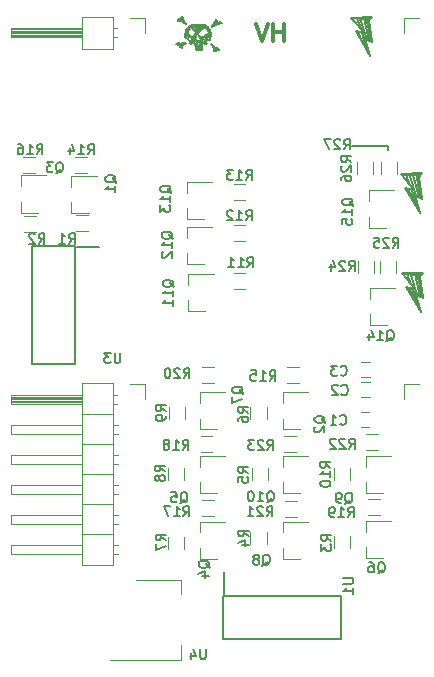
<source format=gbo>
%TF.GenerationSoftware,KiCad,Pcbnew,4.0.7*%
%TF.CreationDate,2017-11-22T17:52:21+08:00*%
%TF.ProjectId,NixieTube_QS30,4E69786965547562655F515333302E6B,rev?*%
%TF.FileFunction,Legend,Bot*%
%FSLAX46Y46*%
G04 Gerber Fmt 4.6, Leading zero omitted, Abs format (unit mm)*
G04 Created by KiCad (PCBNEW 4.0.7) date 11/22/17 17:52:21*
%MOMM*%
%LPD*%
G01*
G04 APERTURE LIST*
%ADD10C,0.100000*%
%ADD11C,0.200000*%
%ADD12C,0.300000*%
%ADD13C,0.153000*%
%ADD14C,0.150000*%
%ADD15C,0.120000*%
G04 APERTURE END LIST*
D10*
D11*
X29900000Y-11600000D02*
X32900000Y-11600000D01*
D12*
X24071428Y-2708571D02*
X24071428Y-1208571D01*
X24071428Y-1922857D02*
X23214285Y-1922857D01*
X23214285Y-2708571D02*
X23214285Y-1208571D01*
X22714285Y-1208571D02*
X22214285Y-2708571D01*
X21714285Y-1208571D01*
D11*
X32900000Y-11600000D02*
X32900000Y-11900000D01*
D13*
X35160000Y-22420000D02*
X35620000Y-24270000D01*
X35490000Y-22460000D02*
X35580000Y-22860000D01*
X34476000Y-23519000D02*
X35690000Y-25640000D01*
X35550000Y-25260000D02*
X35190000Y-24140000D01*
X34880000Y-22490000D02*
X35410000Y-24170000D01*
X34670000Y-23590000D02*
X35110000Y-24560000D01*
X35062000Y-23970500D02*
X35446000Y-25031200D01*
X35716000Y-25639200D02*
X35279000Y-24156900D01*
X35540000Y-22580000D02*
X35610000Y-22380000D01*
X35410000Y-22340000D02*
X35454000Y-22684200D01*
X35858000Y-22302400D02*
X34122000Y-22361500D01*
X35279000Y-24156900D02*
X35864000Y-24422600D01*
X35755000Y-24237700D02*
X35062000Y-23970500D01*
X34550000Y-22450000D02*
X34890000Y-23240000D01*
X34380000Y-22400000D02*
X34220000Y-22390000D01*
X34122000Y-22361500D02*
X35232000Y-23702100D01*
X35864000Y-24422600D02*
X35610000Y-22580000D01*
X35232000Y-23702100D02*
X34476000Y-23519000D01*
X35580000Y-22800000D02*
X35740000Y-23930000D01*
X35330000Y-22460000D02*
X34380000Y-22400000D01*
X35530000Y-22420000D02*
X35540000Y-22580000D01*
X35699000Y-22377600D02*
X35446000Y-22508800D01*
X34980000Y-23660000D02*
X35180000Y-24090000D01*
X35780000Y-24320000D02*
X35170000Y-24060000D01*
X35454000Y-22684200D02*
X35755000Y-24237700D01*
X35610000Y-22580000D02*
X35858000Y-22302400D01*
X35060000Y-14020000D02*
X35520000Y-15870000D01*
X35390000Y-14060000D02*
X35480000Y-14460000D01*
X34376000Y-15119000D02*
X35590000Y-17240000D01*
X35450000Y-16860000D02*
X35090000Y-15740000D01*
X34780000Y-14090000D02*
X35310000Y-15770000D01*
X34570000Y-15190000D02*
X35010000Y-16160000D01*
X34962000Y-15570500D02*
X35346000Y-16631200D01*
X35616000Y-17239200D02*
X35179000Y-15756900D01*
X35440000Y-14180000D02*
X35510000Y-13980000D01*
X35310000Y-13940000D02*
X35354000Y-14284200D01*
X35758000Y-13902400D02*
X34022000Y-13961500D01*
X35179000Y-15756900D02*
X35764000Y-16022600D01*
X35655000Y-15837700D02*
X34962000Y-15570500D01*
X34450000Y-14050000D02*
X34790000Y-14840000D01*
X34280000Y-14000000D02*
X34120000Y-13990000D01*
X34022000Y-13961500D02*
X35132000Y-15302100D01*
X35764000Y-16022600D02*
X35510000Y-14180000D01*
X35132000Y-15302100D02*
X34376000Y-15119000D01*
X35480000Y-14400000D02*
X35640000Y-15530000D01*
X35230000Y-14060000D02*
X34280000Y-14000000D01*
X35430000Y-14020000D02*
X35440000Y-14180000D01*
X35599000Y-13977600D02*
X35346000Y-14108800D01*
X34880000Y-15260000D02*
X35080000Y-15690000D01*
X35680000Y-15920000D02*
X35070000Y-15660000D01*
X35354000Y-14284200D02*
X35655000Y-15837700D01*
X35510000Y-14180000D02*
X35758000Y-13902400D01*
D14*
X27685000Y-49695000D02*
X28935000Y-49695000D01*
X27660000Y-53295000D02*
X28935000Y-53295000D01*
X19025000Y-47645000D02*
X19025000Y-47845000D01*
X19025000Y-47845000D02*
X19025000Y-49495000D01*
X18925000Y-49695000D02*
X27675000Y-49695000D01*
X28935000Y-49695000D02*
X28935000Y-53295000D01*
X27675000Y-53295000D02*
X18925000Y-53295000D01*
X18925000Y-53295000D02*
X18925000Y-49695000D01*
D15*
X15360000Y-48290000D02*
X15360000Y-49550000D01*
X15360000Y-55110000D02*
X15360000Y-53850000D01*
X11600000Y-48290000D02*
X15360000Y-48290000D01*
X9350000Y-55110000D02*
X15360000Y-55110000D01*
X31350000Y-29900000D02*
X30650000Y-29900000D01*
X30650000Y-31100000D02*
X31350000Y-31100000D01*
X1840000Y-17230000D02*
X1840000Y-16300000D01*
X1840000Y-14070000D02*
X1840000Y-15000000D01*
X1840000Y-14070000D02*
X4000000Y-14070000D01*
X1840000Y-17230000D02*
X3300000Y-17230000D01*
X30640000Y-35330000D02*
X31340000Y-35330000D01*
X31340000Y-34130000D02*
X30640000Y-34130000D01*
X9660000Y-670000D02*
X9660000Y-3330000D01*
X9660000Y-3330000D02*
X7000000Y-3330000D01*
X7000000Y-3330000D02*
X7000000Y-670000D01*
X7000000Y-670000D02*
X9660000Y-670000D01*
X7000000Y-1620000D02*
X1000000Y-1620000D01*
X1000000Y-1620000D02*
X1000000Y-2380000D01*
X1000000Y-2380000D02*
X7000000Y-2380000D01*
X7000000Y-1680000D02*
X1000000Y-1680000D01*
X7000000Y-1800000D02*
X1000000Y-1800000D01*
X7000000Y-1920000D02*
X1000000Y-1920000D01*
X7000000Y-2040000D02*
X1000000Y-2040000D01*
X7000000Y-2160000D02*
X1000000Y-2160000D01*
X7000000Y-2280000D02*
X1000000Y-2280000D01*
X9990000Y-1620000D02*
X9660000Y-1620000D01*
X9990000Y-2380000D02*
X9660000Y-2380000D01*
X12370000Y-2000000D02*
X12370000Y-730000D01*
X12370000Y-730000D02*
X11100000Y-730000D01*
X6115000Y-17255000D02*
X6115000Y-16325000D01*
X6115000Y-14095000D02*
X6115000Y-15025000D01*
X6115000Y-14095000D02*
X8275000Y-14095000D01*
X6115000Y-17255000D02*
X7575000Y-17255000D01*
X23990000Y-35580000D02*
X23990000Y-34650000D01*
X23990000Y-32420000D02*
X23990000Y-33350000D01*
X23990000Y-32420000D02*
X26150000Y-32420000D01*
X23990000Y-35580000D02*
X25450000Y-35580000D01*
X16990000Y-46530000D02*
X16990000Y-45600000D01*
X16990000Y-43370000D02*
X16990000Y-44300000D01*
X16990000Y-43370000D02*
X19150000Y-43370000D01*
X16990000Y-46530000D02*
X18450000Y-46530000D01*
X16990000Y-40955000D02*
X16990000Y-40025000D01*
X16990000Y-37795000D02*
X16990000Y-38725000D01*
X16990000Y-37795000D02*
X19150000Y-37795000D01*
X16990000Y-40955000D02*
X18450000Y-40955000D01*
X31040000Y-46455000D02*
X31040000Y-45525000D01*
X31040000Y-43295000D02*
X31040000Y-44225000D01*
X31040000Y-43295000D02*
X33200000Y-43295000D01*
X31040000Y-46455000D02*
X32500000Y-46455000D01*
X16990000Y-35580000D02*
X16990000Y-34650000D01*
X16990000Y-32420000D02*
X16990000Y-33350000D01*
X16990000Y-32420000D02*
X19150000Y-32420000D01*
X16990000Y-35580000D02*
X18450000Y-35580000D01*
X23990000Y-46530000D02*
X23990000Y-45600000D01*
X23990000Y-43370000D02*
X23990000Y-44300000D01*
X23990000Y-43370000D02*
X26150000Y-43370000D01*
X23990000Y-46530000D02*
X25450000Y-46530000D01*
X31040000Y-40955000D02*
X31040000Y-40025000D01*
X31040000Y-37795000D02*
X31040000Y-38725000D01*
X31040000Y-37795000D02*
X33200000Y-37795000D01*
X31040000Y-40955000D02*
X32500000Y-40955000D01*
X23990000Y-40955000D02*
X23990000Y-40025000D01*
X23990000Y-37795000D02*
X23990000Y-38725000D01*
X23990000Y-37795000D02*
X26150000Y-37795000D01*
X23990000Y-40955000D02*
X25450000Y-40955000D01*
X15990000Y-25580000D02*
X15990000Y-24650000D01*
X15990000Y-22420000D02*
X15990000Y-23350000D01*
X15990000Y-22420000D02*
X18150000Y-22420000D01*
X15990000Y-25580000D02*
X17450000Y-25580000D01*
X15890000Y-21580000D02*
X15890000Y-20650000D01*
X15890000Y-18420000D02*
X15890000Y-19350000D01*
X15890000Y-18420000D02*
X18050000Y-18420000D01*
X15890000Y-21580000D02*
X17350000Y-21580000D01*
X15890000Y-17780000D02*
X15890000Y-16850000D01*
X15890000Y-14620000D02*
X15890000Y-15550000D01*
X15890000Y-14620000D02*
X18050000Y-14620000D01*
X15890000Y-17780000D02*
X17350000Y-17780000D01*
X31390000Y-26730000D02*
X31390000Y-25800000D01*
X31390000Y-23570000D02*
X31390000Y-24500000D01*
X31390000Y-23570000D02*
X33550000Y-23570000D01*
X31390000Y-26730000D02*
X32850000Y-26730000D01*
X6475000Y-18755000D02*
X7475000Y-18755000D01*
X7475000Y-17395000D02*
X6475000Y-17395000D01*
X2100000Y-18830000D02*
X3100000Y-18830000D01*
X3100000Y-17470000D02*
X2100000Y-17470000D01*
X29680000Y-45600000D02*
X29680000Y-44600000D01*
X28320000Y-44600000D02*
X28320000Y-45600000D01*
X22630000Y-34650000D02*
X22630000Y-33650000D01*
X21270000Y-33650000D02*
X21270000Y-34650000D01*
X15630000Y-45675000D02*
X15630000Y-44675000D01*
X14270000Y-44675000D02*
X14270000Y-45675000D01*
X15630000Y-39875000D02*
X15630000Y-38875000D01*
X14270000Y-38875000D02*
X14270000Y-39875000D01*
X15730000Y-34650000D02*
X15730000Y-33650000D01*
X14370000Y-33650000D02*
X14370000Y-34650000D01*
X29680000Y-39875000D02*
X29680000Y-38875000D01*
X28320000Y-38875000D02*
X28320000Y-39875000D01*
X19850000Y-23680000D02*
X20850000Y-23680000D01*
X20850000Y-22320000D02*
X19850000Y-22320000D01*
X19850000Y-19630000D02*
X20850000Y-19630000D01*
X20850000Y-18270000D02*
X19850000Y-18270000D01*
X19850000Y-16180000D02*
X20850000Y-16180000D01*
X20850000Y-14820000D02*
X19850000Y-14820000D01*
X6425000Y-13855000D02*
X7425000Y-13855000D01*
X7425000Y-12495000D02*
X6425000Y-12495000D01*
X25350000Y-30320000D02*
X24350000Y-30320000D01*
X24350000Y-31680000D02*
X25350000Y-31680000D01*
X3050000Y-12470000D02*
X2050000Y-12470000D01*
X2050000Y-13830000D02*
X3050000Y-13830000D01*
X18200000Y-41570000D02*
X17200000Y-41570000D01*
X17200000Y-42930000D02*
X18200000Y-42930000D01*
X18050000Y-36120000D02*
X17050000Y-36120000D01*
X17050000Y-37480000D02*
X18050000Y-37480000D01*
X32250000Y-41445000D02*
X31250000Y-41445000D01*
X31250000Y-42805000D02*
X32250000Y-42805000D01*
X18200000Y-30320000D02*
X17200000Y-30320000D01*
X17200000Y-31680000D02*
X18200000Y-31680000D01*
X25200000Y-41595000D02*
X24200000Y-41595000D01*
X24200000Y-42955000D02*
X25200000Y-42955000D01*
X32050000Y-35945000D02*
X31050000Y-35945000D01*
X31050000Y-37305000D02*
X32050000Y-37305000D01*
X25140000Y-36110000D02*
X24140000Y-36110000D01*
X24140000Y-37470000D02*
X25140000Y-37470000D01*
X30370000Y-21350000D02*
X30370000Y-22350000D01*
X31730000Y-22350000D02*
X31730000Y-21350000D01*
X33630000Y-22300000D02*
X33630000Y-21300000D01*
X32270000Y-21300000D02*
X32270000Y-22300000D01*
D14*
X6375000Y-28775000D02*
X6375000Y-30025000D01*
X2775000Y-28750000D02*
X2775000Y-30025000D01*
X8425000Y-20115000D02*
X8225000Y-20115000D01*
X8225000Y-20115000D02*
X6575000Y-20115000D01*
X6375000Y-20015000D02*
X6375000Y-28765000D01*
X6375000Y-30025000D02*
X2775000Y-30025000D01*
X2775000Y-28765000D02*
X2775000Y-20015000D01*
X2775000Y-20015000D02*
X6375000Y-20015000D01*
D15*
X31290000Y-18480000D02*
X31290000Y-17550000D01*
X31290000Y-15320000D02*
X31290000Y-16250000D01*
X31290000Y-15320000D02*
X33450000Y-15320000D01*
X31290000Y-18480000D02*
X32750000Y-18480000D01*
X30320000Y-12950000D02*
X30320000Y-13950000D01*
X31680000Y-13950000D02*
X31680000Y-12950000D01*
X33680000Y-13950000D02*
X33680000Y-12950000D01*
X32320000Y-12950000D02*
X32320000Y-13950000D01*
X9660000Y-31670000D02*
X9660000Y-47030000D01*
X9660000Y-47030000D02*
X7000000Y-47030000D01*
X7000000Y-47030000D02*
X7000000Y-31670000D01*
X7000000Y-31670000D02*
X9660000Y-31670000D01*
X7000000Y-32620000D02*
X1000000Y-32620000D01*
X1000000Y-32620000D02*
X1000000Y-33380000D01*
X1000000Y-33380000D02*
X7000000Y-33380000D01*
X7000000Y-32680000D02*
X1000000Y-32680000D01*
X7000000Y-32800000D02*
X1000000Y-32800000D01*
X7000000Y-32920000D02*
X1000000Y-32920000D01*
X7000000Y-33040000D02*
X1000000Y-33040000D01*
X7000000Y-33160000D02*
X1000000Y-33160000D01*
X7000000Y-33280000D02*
X1000000Y-33280000D01*
X9990000Y-32620000D02*
X9660000Y-32620000D01*
X9990000Y-33380000D02*
X9660000Y-33380000D01*
X9660000Y-34270000D02*
X7000000Y-34270000D01*
X7000000Y-35160000D02*
X1000000Y-35160000D01*
X1000000Y-35160000D02*
X1000000Y-35920000D01*
X1000000Y-35920000D02*
X7000000Y-35920000D01*
X10057071Y-35160000D02*
X9660000Y-35160000D01*
X10057071Y-35920000D02*
X9660000Y-35920000D01*
X9660000Y-36810000D02*
X7000000Y-36810000D01*
X7000000Y-37700000D02*
X1000000Y-37700000D01*
X1000000Y-37700000D02*
X1000000Y-38460000D01*
X1000000Y-38460000D02*
X7000000Y-38460000D01*
X10057071Y-37700000D02*
X9660000Y-37700000D01*
X10057071Y-38460000D02*
X9660000Y-38460000D01*
X9660000Y-39350000D02*
X7000000Y-39350000D01*
X7000000Y-40240000D02*
X1000000Y-40240000D01*
X1000000Y-40240000D02*
X1000000Y-41000000D01*
X1000000Y-41000000D02*
X7000000Y-41000000D01*
X10057071Y-40240000D02*
X9660000Y-40240000D01*
X10057071Y-41000000D02*
X9660000Y-41000000D01*
X9660000Y-41890000D02*
X7000000Y-41890000D01*
X7000000Y-42780000D02*
X1000000Y-42780000D01*
X1000000Y-42780000D02*
X1000000Y-43540000D01*
X1000000Y-43540000D02*
X7000000Y-43540000D01*
X10057071Y-42780000D02*
X9660000Y-42780000D01*
X10057071Y-43540000D02*
X9660000Y-43540000D01*
X9660000Y-44430000D02*
X7000000Y-44430000D01*
X7000000Y-45320000D02*
X1000000Y-45320000D01*
X1000000Y-45320000D02*
X1000000Y-46080000D01*
X1000000Y-46080000D02*
X7000000Y-46080000D01*
X10057071Y-45320000D02*
X9660000Y-45320000D01*
X10057071Y-46080000D02*
X9660000Y-46080000D01*
X12370000Y-33000000D02*
X12370000Y-31730000D01*
X12370000Y-31730000D02*
X11100000Y-31730000D01*
X31350000Y-31600000D02*
X30650000Y-31600000D01*
X30650000Y-32800000D02*
X31350000Y-32800000D01*
X22630000Y-45250000D02*
X22630000Y-44250000D01*
X21270000Y-44250000D02*
X21270000Y-45250000D01*
X22780000Y-39875000D02*
X22780000Y-38875000D01*
X21420000Y-38875000D02*
X21420000Y-39875000D01*
X35550000Y-730000D02*
X34280000Y-730000D01*
X34280000Y-730000D02*
X34280000Y-2000000D01*
X35500000Y-31730000D02*
X34230000Y-31730000D01*
X34230000Y-31730000D02*
X34230000Y-33000000D01*
D13*
X15400000Y-3100000D02*
X14980000Y-2960000D01*
X18320000Y-3500000D02*
X18220000Y-3530000D01*
X16450000Y-2500000D02*
X16660000Y-2180000D01*
X17710000Y-2120000D02*
X17460000Y-2280000D01*
X16630000Y-2220000D02*
X16550000Y-2620000D01*
X17210000Y-2810000D02*
X17350000Y-2660000D01*
X17160000Y-2870000D02*
X17340000Y-2860000D01*
X16530000Y-2250000D02*
X16710000Y-2100000D01*
X17160000Y-2920000D02*
X17050000Y-2810000D01*
X18500000Y-1250000D02*
X18290000Y-1070000D01*
X18720000Y-1060000D02*
X18530000Y-1160000D01*
X18200000Y-3340000D02*
X18090000Y-3130000D01*
X17740000Y-1590000D02*
X17940000Y-2030000D01*
X17210000Y-2460000D02*
X17400000Y-2290000D01*
X16610000Y-2700000D02*
X17010000Y-2690000D01*
X17470000Y-2360000D02*
X17860000Y-2070000D01*
X17700000Y-2500000D02*
X17410000Y-2560000D01*
X15800000Y-2830000D02*
X15500000Y-3100000D01*
X18250000Y-1240000D02*
X18320000Y-1230000D01*
X17010000Y-2310000D02*
X17660000Y-2250000D01*
X17860000Y-2630000D02*
X17320000Y-2720000D01*
X16710000Y-3410000D02*
X16520000Y-2790000D01*
X17520000Y-2970000D02*
X17270000Y-2870000D01*
X15750000Y-2830000D02*
X15320000Y-2940000D01*
X16040000Y-2260000D02*
X15920000Y-2210000D01*
X18270000Y-3260000D02*
X18550000Y-3320000D01*
X17080000Y-2460000D02*
X17260000Y-2380000D01*
X16780000Y-2810000D02*
X16860000Y-3370000D01*
X16110000Y-2830000D02*
X16200000Y-2600000D01*
X17860000Y-2010000D02*
X17690000Y-2320000D01*
X18340000Y-3380000D02*
X18320000Y-3500000D01*
X17740000Y-2020000D02*
X17580000Y-1650000D01*
X16420000Y-2810000D02*
X16260000Y-2940000D01*
X16930000Y-2270000D02*
X17130000Y-2690000D01*
X15400000Y-2990000D02*
X15760000Y-2830000D01*
X15500000Y-3100000D02*
X15450000Y-3300000D01*
X17230000Y-2530000D02*
X16960000Y-2650000D01*
X17030000Y-2770000D02*
X17110000Y-2780000D01*
X16360000Y-2510000D02*
X16690000Y-1990000D01*
X17930000Y-2010000D02*
X17870000Y-2640000D01*
X18030000Y-1480000D02*
X18500000Y-1250000D01*
X18290000Y-1070000D02*
X18010000Y-1450000D01*
X18220000Y-3530000D02*
X18200000Y-3340000D01*
X18570000Y-3440000D02*
X18340000Y-3380000D01*
X16300000Y-2930000D02*
X16130000Y-2810000D01*
X16070000Y-2360000D02*
X16600000Y-2320000D01*
X17950000Y-2980000D02*
X18270000Y-3260000D01*
X17120000Y-1550000D02*
X17590000Y-1600000D01*
X18550000Y-3320000D02*
X18570000Y-3440000D01*
X17860000Y-2070000D02*
X17590000Y-1610000D01*
X16860000Y-3370000D02*
X16780000Y-2810000D01*
X17690000Y-2040000D02*
X17600000Y-2330000D01*
X18530000Y-1160000D02*
X18320000Y-900000D01*
X17130000Y-3410000D02*
X16900000Y-3420000D01*
X16310000Y-2720000D02*
X16430000Y-2810000D01*
X18390000Y-1040000D02*
X18370000Y-850000D01*
X16470000Y-2860000D02*
X16190000Y-2680000D01*
X16900000Y-3420000D02*
X16700000Y-3370000D01*
X17730000Y-1580000D02*
X17420000Y-1350000D01*
X17590000Y-1610000D02*
X17310000Y-1420000D01*
X17410000Y-2740000D02*
X17560000Y-2880000D01*
X16990000Y-2850000D02*
X17030000Y-3360000D01*
X17020000Y-2720000D02*
X16430000Y-2580000D01*
X16930000Y-2800000D02*
X16640000Y-2820000D01*
X15450000Y-3300000D02*
X15310000Y-3190000D01*
X16570000Y-1720000D02*
X17110000Y-1550000D01*
X17020000Y-1650000D02*
X16780000Y-1780000D01*
X15750000Y-2360000D02*
X16090000Y-2580000D01*
X15890000Y-2140000D02*
X15910000Y-2240000D01*
X16770000Y-1800000D02*
X16620000Y-1600000D01*
X15810000Y-1230000D02*
X15520000Y-900000D01*
X15450000Y-880000D02*
X15130000Y-850000D01*
X15520000Y-900000D02*
X15570000Y-690000D01*
X15450000Y-1010000D02*
X15680000Y-1160000D01*
X15810000Y-1740000D02*
X16200000Y-1330000D01*
X16330000Y-1460000D02*
X17280000Y-1480000D01*
X16900000Y-1950000D02*
X16810000Y-2060000D01*
X16810000Y-2060000D02*
X16950000Y-2240000D01*
X16350000Y-1420000D02*
X16670000Y-1590000D01*
X15750000Y-2330000D02*
X15810000Y-1760000D01*
X15570000Y-690000D02*
X15410000Y-680000D01*
X17360000Y-1470000D02*
X16900000Y-1950000D01*
X16350000Y-2450000D02*
X15950000Y-2090000D01*
X16240000Y-1320000D02*
X17410000Y-1350000D01*
X17110000Y-1550000D02*
X17190000Y-1660000D01*
X17280000Y-1480000D02*
X17190000Y-1610000D01*
X17040000Y-1540000D02*
X16570000Y-1720000D01*
X17310000Y-1420000D02*
X16250000Y-1430000D01*
X15410000Y-680000D02*
X15450000Y-880000D01*
X16730000Y-2020000D02*
X16240000Y-1480000D01*
X15170000Y-1010000D02*
X15450000Y-1010000D01*
X16440000Y-1660000D02*
X16330000Y-1590000D01*
X15870000Y-1850000D02*
X15830000Y-2360000D01*
X16250000Y-1430000D02*
X15870000Y-1850000D01*
X15130000Y-850000D02*
X15170000Y-1010000D01*
X16110000Y-1630000D02*
X15870000Y-1970000D01*
X14980000Y-2960000D02*
X15180000Y-2880000D01*
X15180000Y-2880000D02*
X15400000Y-2990000D01*
X15310000Y-3190000D02*
X15400000Y-3100000D01*
X18830000Y-1160000D02*
X18720000Y-1060000D01*
X18520000Y-1240000D02*
X18830000Y-1160000D01*
X17200000Y-2940000D02*
X17190000Y-3420000D01*
X30860000Y-770000D02*
X31320000Y-2620000D01*
X31190000Y-810000D02*
X31280000Y-1210000D01*
X30176000Y-1869000D02*
X31390000Y-3990000D01*
X31250000Y-3610000D02*
X30890000Y-2490000D01*
X30580000Y-840000D02*
X31110000Y-2520000D01*
X30370000Y-1940000D02*
X30810000Y-2910000D01*
X30762000Y-2320500D02*
X31146000Y-3381200D01*
X31416000Y-3989200D02*
X30979000Y-2506900D01*
X31240000Y-930000D02*
X31310000Y-730000D01*
X31110000Y-690000D02*
X31154000Y-1034200D01*
X31558000Y-652400D02*
X29822000Y-711500D01*
X30979000Y-2506900D02*
X31564000Y-2772600D01*
X31455000Y-2587700D02*
X30762000Y-2320500D01*
X30250000Y-800000D02*
X30590000Y-1590000D01*
X30080000Y-750000D02*
X29920000Y-740000D01*
X29822000Y-711500D02*
X30932000Y-2052100D01*
X31564000Y-2772600D02*
X31310000Y-930000D01*
X30932000Y-2052100D02*
X30176000Y-1869000D01*
X31280000Y-1150000D02*
X31440000Y-2280000D01*
X31030000Y-810000D02*
X30080000Y-750000D01*
X31230000Y-770000D02*
X31240000Y-930000D01*
X31399000Y-727600D02*
X31146000Y-858800D01*
X30680000Y-2010000D02*
X30880000Y-2440000D01*
X31480000Y-2670000D02*
X30870000Y-2410000D01*
X31154000Y-1034200D02*
X31455000Y-2587700D01*
X31310000Y-930000D02*
X31558000Y-652400D01*
X29134524Y-48152381D02*
X29822619Y-48152381D01*
X29903571Y-48192857D01*
X29944048Y-48233333D01*
X29984524Y-48314286D01*
X29984524Y-48476190D01*
X29944048Y-48557143D01*
X29903571Y-48597619D01*
X29822619Y-48638095D01*
X29134524Y-48638095D01*
X29984524Y-49488095D02*
X29984524Y-49002381D01*
X29984524Y-49245238D02*
X29134524Y-49245238D01*
X29255952Y-49164286D01*
X29336905Y-49083333D01*
X29377381Y-49002381D01*
X17497619Y-54184524D02*
X17497619Y-54872619D01*
X17457143Y-54953571D01*
X17416667Y-54994048D01*
X17335714Y-55034524D01*
X17173810Y-55034524D01*
X17092857Y-54994048D01*
X17052381Y-54953571D01*
X17011905Y-54872619D01*
X17011905Y-54184524D01*
X16242857Y-54467857D02*
X16242857Y-55034524D01*
X16445238Y-54144048D02*
X16647619Y-54751190D01*
X16121429Y-54751190D01*
X28901667Y-30943571D02*
X28942143Y-30984048D01*
X29063572Y-31024524D01*
X29144524Y-31024524D01*
X29265952Y-30984048D01*
X29346905Y-30903095D01*
X29387381Y-30822143D01*
X29427857Y-30660238D01*
X29427857Y-30538810D01*
X29387381Y-30376905D01*
X29346905Y-30295952D01*
X29265952Y-30215000D01*
X29144524Y-30174524D01*
X29063572Y-30174524D01*
X28942143Y-30215000D01*
X28901667Y-30255476D01*
X28618333Y-30174524D02*
X28092143Y-30174524D01*
X28375476Y-30498333D01*
X28254048Y-30498333D01*
X28173095Y-30538810D01*
X28132619Y-30579286D01*
X28092143Y-30660238D01*
X28092143Y-30862619D01*
X28132619Y-30943571D01*
X28173095Y-30984048D01*
X28254048Y-31024524D01*
X28496905Y-31024524D01*
X28577857Y-30984048D01*
X28618333Y-30943571D01*
X4780952Y-13865476D02*
X4861905Y-13825000D01*
X4942857Y-13744048D01*
X5064286Y-13622619D01*
X5145238Y-13582143D01*
X5226190Y-13582143D01*
X5185714Y-13784524D02*
X5266667Y-13744048D01*
X5347619Y-13663095D01*
X5388095Y-13501190D01*
X5388095Y-13217857D01*
X5347619Y-13055952D01*
X5266667Y-12975000D01*
X5185714Y-12934524D01*
X5023810Y-12934524D01*
X4942857Y-12975000D01*
X4861905Y-13055952D01*
X4821429Y-13217857D01*
X4821429Y-13501190D01*
X4861905Y-13663095D01*
X4942857Y-13744048D01*
X5023810Y-13784524D01*
X5185714Y-13784524D01*
X4538095Y-12934524D02*
X4011905Y-12934524D01*
X4295238Y-13258333D01*
X4173810Y-13258333D01*
X4092857Y-13298810D01*
X4052381Y-13339286D01*
X4011905Y-13420238D01*
X4011905Y-13622619D01*
X4052381Y-13703571D01*
X4092857Y-13744048D01*
X4173810Y-13784524D01*
X4416667Y-13784524D01*
X4497619Y-13744048D01*
X4538095Y-13703571D01*
X28861667Y-35113571D02*
X28902143Y-35154048D01*
X29023572Y-35194524D01*
X29104524Y-35194524D01*
X29225952Y-35154048D01*
X29306905Y-35073095D01*
X29347381Y-34992143D01*
X29387857Y-34830238D01*
X29387857Y-34708810D01*
X29347381Y-34546905D01*
X29306905Y-34465952D01*
X29225952Y-34385000D01*
X29104524Y-34344524D01*
X29023572Y-34344524D01*
X28902143Y-34385000D01*
X28861667Y-34425476D01*
X28052143Y-35194524D02*
X28537857Y-35194524D01*
X28295000Y-35194524D02*
X28295000Y-34344524D01*
X28375952Y-34465952D01*
X28456905Y-34546905D01*
X28537857Y-34587381D01*
X9915476Y-14679048D02*
X9875000Y-14598095D01*
X9794048Y-14517143D01*
X9672619Y-14395714D01*
X9632143Y-14314762D01*
X9632143Y-14233810D01*
X9834524Y-14274286D02*
X9794048Y-14193333D01*
X9713095Y-14112381D01*
X9551190Y-14071905D01*
X9267857Y-14071905D01*
X9105952Y-14112381D01*
X9025000Y-14193333D01*
X8984524Y-14274286D01*
X8984524Y-14436190D01*
X9025000Y-14517143D01*
X9105952Y-14598095D01*
X9267857Y-14638571D01*
X9551190Y-14638571D01*
X9713095Y-14598095D01*
X9794048Y-14517143D01*
X9834524Y-14436190D01*
X9834524Y-14274286D01*
X9834524Y-15448095D02*
X9834524Y-14962381D01*
X9834524Y-15205238D02*
X8984524Y-15205238D01*
X9105952Y-15124286D01*
X9186905Y-15043333D01*
X9227381Y-14962381D01*
X27605476Y-35059048D02*
X27565000Y-34978095D01*
X27484048Y-34897143D01*
X27362619Y-34775714D01*
X27322143Y-34694762D01*
X27322143Y-34613810D01*
X27524524Y-34654286D02*
X27484048Y-34573333D01*
X27403095Y-34492381D01*
X27241190Y-34451905D01*
X26957857Y-34451905D01*
X26795952Y-34492381D01*
X26715000Y-34573333D01*
X26674524Y-34654286D01*
X26674524Y-34816190D01*
X26715000Y-34897143D01*
X26795952Y-34978095D01*
X26957857Y-35018571D01*
X27241190Y-35018571D01*
X27403095Y-34978095D01*
X27484048Y-34897143D01*
X27524524Y-34816190D01*
X27524524Y-34654286D01*
X26755476Y-35342381D02*
X26715000Y-35382857D01*
X26674524Y-35463809D01*
X26674524Y-35666190D01*
X26715000Y-35747143D01*
X26755476Y-35787619D01*
X26836429Y-35828095D01*
X26917381Y-35828095D01*
X27038810Y-35787619D01*
X27524524Y-35301905D01*
X27524524Y-35828095D01*
X17815476Y-47319048D02*
X17775000Y-47238095D01*
X17694048Y-47157143D01*
X17572619Y-47035714D01*
X17532143Y-46954762D01*
X17532143Y-46873810D01*
X17734524Y-46914286D02*
X17694048Y-46833333D01*
X17613095Y-46752381D01*
X17451190Y-46711905D01*
X17167857Y-46711905D01*
X17005952Y-46752381D01*
X16925000Y-46833333D01*
X16884524Y-46914286D01*
X16884524Y-47076190D01*
X16925000Y-47157143D01*
X17005952Y-47238095D01*
X17167857Y-47278571D01*
X17451190Y-47278571D01*
X17613095Y-47238095D01*
X17694048Y-47157143D01*
X17734524Y-47076190D01*
X17734524Y-46914286D01*
X17167857Y-48007143D02*
X17734524Y-48007143D01*
X16844048Y-47804762D02*
X17451190Y-47602381D01*
X17451190Y-48128571D01*
X15310952Y-41825476D02*
X15391905Y-41785000D01*
X15472857Y-41704048D01*
X15594286Y-41582619D01*
X15675238Y-41542143D01*
X15756190Y-41542143D01*
X15715714Y-41744524D02*
X15796667Y-41704048D01*
X15877619Y-41623095D01*
X15918095Y-41461190D01*
X15918095Y-41177857D01*
X15877619Y-41015952D01*
X15796667Y-40935000D01*
X15715714Y-40894524D01*
X15553810Y-40894524D01*
X15472857Y-40935000D01*
X15391905Y-41015952D01*
X15351429Y-41177857D01*
X15351429Y-41461190D01*
X15391905Y-41623095D01*
X15472857Y-41704048D01*
X15553810Y-41744524D01*
X15715714Y-41744524D01*
X14582381Y-40894524D02*
X14987143Y-40894524D01*
X15027619Y-41299286D01*
X14987143Y-41258810D01*
X14906191Y-41218333D01*
X14703810Y-41218333D01*
X14622857Y-41258810D01*
X14582381Y-41299286D01*
X14541905Y-41380238D01*
X14541905Y-41582619D01*
X14582381Y-41663571D01*
X14622857Y-41704048D01*
X14703810Y-41744524D01*
X14906191Y-41744524D01*
X14987143Y-41704048D01*
X15027619Y-41663571D01*
X32030952Y-47765476D02*
X32111905Y-47725000D01*
X32192857Y-47644048D01*
X32314286Y-47522619D01*
X32395238Y-47482143D01*
X32476190Y-47482143D01*
X32435714Y-47684524D02*
X32516667Y-47644048D01*
X32597619Y-47563095D01*
X32638095Y-47401190D01*
X32638095Y-47117857D01*
X32597619Y-46955952D01*
X32516667Y-46875000D01*
X32435714Y-46834524D01*
X32273810Y-46834524D01*
X32192857Y-46875000D01*
X32111905Y-46955952D01*
X32071429Y-47117857D01*
X32071429Y-47401190D01*
X32111905Y-47563095D01*
X32192857Y-47644048D01*
X32273810Y-47684524D01*
X32435714Y-47684524D01*
X31342857Y-46834524D02*
X31504762Y-46834524D01*
X31585714Y-46875000D01*
X31626191Y-46915476D01*
X31707143Y-47036905D01*
X31747619Y-47198810D01*
X31747619Y-47522619D01*
X31707143Y-47603571D01*
X31666667Y-47644048D01*
X31585714Y-47684524D01*
X31423810Y-47684524D01*
X31342857Y-47644048D01*
X31302381Y-47603571D01*
X31261905Y-47522619D01*
X31261905Y-47320238D01*
X31302381Y-47239286D01*
X31342857Y-47198810D01*
X31423810Y-47158333D01*
X31585714Y-47158333D01*
X31666667Y-47198810D01*
X31707143Y-47239286D01*
X31747619Y-47320238D01*
X20665476Y-32569048D02*
X20625000Y-32488095D01*
X20544048Y-32407143D01*
X20422619Y-32285714D01*
X20382143Y-32204762D01*
X20382143Y-32123810D01*
X20584524Y-32164286D02*
X20544048Y-32083333D01*
X20463095Y-32002381D01*
X20301190Y-31961905D01*
X20017857Y-31961905D01*
X19855952Y-32002381D01*
X19775000Y-32083333D01*
X19734524Y-32164286D01*
X19734524Y-32326190D01*
X19775000Y-32407143D01*
X19855952Y-32488095D01*
X20017857Y-32528571D01*
X20301190Y-32528571D01*
X20463095Y-32488095D01*
X20544048Y-32407143D01*
X20584524Y-32326190D01*
X20584524Y-32164286D01*
X19734524Y-32811905D02*
X19734524Y-33378571D01*
X20584524Y-33014286D01*
X22280952Y-47115476D02*
X22361905Y-47075000D01*
X22442857Y-46994048D01*
X22564286Y-46872619D01*
X22645238Y-46832143D01*
X22726190Y-46832143D01*
X22685714Y-47034524D02*
X22766667Y-46994048D01*
X22847619Y-46913095D01*
X22888095Y-46751190D01*
X22888095Y-46467857D01*
X22847619Y-46305952D01*
X22766667Y-46225000D01*
X22685714Y-46184524D01*
X22523810Y-46184524D01*
X22442857Y-46225000D01*
X22361905Y-46305952D01*
X22321429Y-46467857D01*
X22321429Y-46751190D01*
X22361905Y-46913095D01*
X22442857Y-46994048D01*
X22523810Y-47034524D01*
X22685714Y-47034524D01*
X21835714Y-46548810D02*
X21916667Y-46508333D01*
X21957143Y-46467857D01*
X21997619Y-46386905D01*
X21997619Y-46346429D01*
X21957143Y-46265476D01*
X21916667Y-46225000D01*
X21835714Y-46184524D01*
X21673810Y-46184524D01*
X21592857Y-46225000D01*
X21552381Y-46265476D01*
X21511905Y-46346429D01*
X21511905Y-46386905D01*
X21552381Y-46467857D01*
X21592857Y-46508333D01*
X21673810Y-46548810D01*
X21835714Y-46548810D01*
X21916667Y-46589286D01*
X21957143Y-46629762D01*
X21997619Y-46710714D01*
X21997619Y-46872619D01*
X21957143Y-46953571D01*
X21916667Y-46994048D01*
X21835714Y-47034524D01*
X21673810Y-47034524D01*
X21592857Y-46994048D01*
X21552381Y-46953571D01*
X21511905Y-46872619D01*
X21511905Y-46710714D01*
X21552381Y-46629762D01*
X21592857Y-46589286D01*
X21673810Y-46548810D01*
X29270952Y-41875476D02*
X29351905Y-41835000D01*
X29432857Y-41754048D01*
X29554286Y-41632619D01*
X29635238Y-41592143D01*
X29716190Y-41592143D01*
X29675714Y-41794524D02*
X29756667Y-41754048D01*
X29837619Y-41673095D01*
X29878095Y-41511190D01*
X29878095Y-41227857D01*
X29837619Y-41065952D01*
X29756667Y-40985000D01*
X29675714Y-40944524D01*
X29513810Y-40944524D01*
X29432857Y-40985000D01*
X29351905Y-41065952D01*
X29311429Y-41227857D01*
X29311429Y-41511190D01*
X29351905Y-41673095D01*
X29432857Y-41754048D01*
X29513810Y-41794524D01*
X29675714Y-41794524D01*
X28906667Y-41794524D02*
X28744762Y-41794524D01*
X28663810Y-41754048D01*
X28623334Y-41713571D01*
X28542381Y-41592143D01*
X28501905Y-41430238D01*
X28501905Y-41106429D01*
X28542381Y-41025476D01*
X28582857Y-40985000D01*
X28663810Y-40944524D01*
X28825714Y-40944524D01*
X28906667Y-40985000D01*
X28947143Y-41025476D01*
X28987619Y-41106429D01*
X28987619Y-41308810D01*
X28947143Y-41389762D01*
X28906667Y-41430238D01*
X28825714Y-41470714D01*
X28663810Y-41470714D01*
X28582857Y-41430238D01*
X28542381Y-41389762D01*
X28501905Y-41308810D01*
X22635714Y-41725476D02*
X22716667Y-41685000D01*
X22797619Y-41604048D01*
X22919048Y-41482619D01*
X23000000Y-41442143D01*
X23080952Y-41442143D01*
X23040476Y-41644524D02*
X23121429Y-41604048D01*
X23202381Y-41523095D01*
X23242857Y-41361190D01*
X23242857Y-41077857D01*
X23202381Y-40915952D01*
X23121429Y-40835000D01*
X23040476Y-40794524D01*
X22878572Y-40794524D01*
X22797619Y-40835000D01*
X22716667Y-40915952D01*
X22676191Y-41077857D01*
X22676191Y-41361190D01*
X22716667Y-41523095D01*
X22797619Y-41604048D01*
X22878572Y-41644524D01*
X23040476Y-41644524D01*
X21866667Y-41644524D02*
X22352381Y-41644524D01*
X22109524Y-41644524D02*
X22109524Y-40794524D01*
X22190476Y-40915952D01*
X22271429Y-40996905D01*
X22352381Y-41037381D01*
X21340476Y-40794524D02*
X21259524Y-40794524D01*
X21178572Y-40835000D01*
X21138095Y-40875476D01*
X21097619Y-40956429D01*
X21057143Y-41118333D01*
X21057143Y-41320714D01*
X21097619Y-41482619D01*
X21138095Y-41563571D01*
X21178572Y-41604048D01*
X21259524Y-41644524D01*
X21340476Y-41644524D01*
X21421429Y-41604048D01*
X21461905Y-41563571D01*
X21502381Y-41482619D01*
X21542857Y-41320714D01*
X21542857Y-41118333D01*
X21502381Y-40956429D01*
X21461905Y-40875476D01*
X21421429Y-40835000D01*
X21340476Y-40794524D01*
X14755476Y-23534286D02*
X14715000Y-23453333D01*
X14634048Y-23372381D01*
X14512619Y-23250952D01*
X14472143Y-23170000D01*
X14472143Y-23089048D01*
X14674524Y-23129524D02*
X14634048Y-23048571D01*
X14553095Y-22967619D01*
X14391190Y-22927143D01*
X14107857Y-22927143D01*
X13945952Y-22967619D01*
X13865000Y-23048571D01*
X13824524Y-23129524D01*
X13824524Y-23291428D01*
X13865000Y-23372381D01*
X13945952Y-23453333D01*
X14107857Y-23493809D01*
X14391190Y-23493809D01*
X14553095Y-23453333D01*
X14634048Y-23372381D01*
X14674524Y-23291428D01*
X14674524Y-23129524D01*
X14674524Y-24303333D02*
X14674524Y-23817619D01*
X14674524Y-24060476D02*
X13824524Y-24060476D01*
X13945952Y-23979524D01*
X14026905Y-23898571D01*
X14067381Y-23817619D01*
X14674524Y-25112857D02*
X14674524Y-24627143D01*
X14674524Y-24870000D02*
X13824524Y-24870000D01*
X13945952Y-24789048D01*
X14026905Y-24708095D01*
X14067381Y-24627143D01*
X14675476Y-19454286D02*
X14635000Y-19373333D01*
X14554048Y-19292381D01*
X14432619Y-19170952D01*
X14392143Y-19090000D01*
X14392143Y-19009048D01*
X14594524Y-19049524D02*
X14554048Y-18968571D01*
X14473095Y-18887619D01*
X14311190Y-18847143D01*
X14027857Y-18847143D01*
X13865952Y-18887619D01*
X13785000Y-18968571D01*
X13744524Y-19049524D01*
X13744524Y-19211428D01*
X13785000Y-19292381D01*
X13865952Y-19373333D01*
X14027857Y-19413809D01*
X14311190Y-19413809D01*
X14473095Y-19373333D01*
X14554048Y-19292381D01*
X14594524Y-19211428D01*
X14594524Y-19049524D01*
X14594524Y-20223333D02*
X14594524Y-19737619D01*
X14594524Y-19980476D02*
X13744524Y-19980476D01*
X13865952Y-19899524D01*
X13946905Y-19818571D01*
X13987381Y-19737619D01*
X13825476Y-20547143D02*
X13785000Y-20587619D01*
X13744524Y-20668571D01*
X13744524Y-20870952D01*
X13785000Y-20951905D01*
X13825476Y-20992381D01*
X13906429Y-21032857D01*
X13987381Y-21032857D01*
X14108810Y-20992381D01*
X14594524Y-20506667D01*
X14594524Y-21032857D01*
X14555476Y-15554286D02*
X14515000Y-15473333D01*
X14434048Y-15392381D01*
X14312619Y-15270952D01*
X14272143Y-15190000D01*
X14272143Y-15109048D01*
X14474524Y-15149524D02*
X14434048Y-15068571D01*
X14353095Y-14987619D01*
X14191190Y-14947143D01*
X13907857Y-14947143D01*
X13745952Y-14987619D01*
X13665000Y-15068571D01*
X13624524Y-15149524D01*
X13624524Y-15311428D01*
X13665000Y-15392381D01*
X13745952Y-15473333D01*
X13907857Y-15513809D01*
X14191190Y-15513809D01*
X14353095Y-15473333D01*
X14434048Y-15392381D01*
X14474524Y-15311428D01*
X14474524Y-15149524D01*
X14474524Y-16323333D02*
X14474524Y-15837619D01*
X14474524Y-16080476D02*
X13624524Y-16080476D01*
X13745952Y-15999524D01*
X13826905Y-15918571D01*
X13867381Y-15837619D01*
X13624524Y-16606667D02*
X13624524Y-17132857D01*
X13948333Y-16849524D01*
X13948333Y-16970952D01*
X13988810Y-17051905D01*
X14029286Y-17092381D01*
X14110238Y-17132857D01*
X14312619Y-17132857D01*
X14393571Y-17092381D01*
X14434048Y-17051905D01*
X14474524Y-16970952D01*
X14474524Y-16728095D01*
X14434048Y-16647143D01*
X14393571Y-16606667D01*
X32785714Y-28115476D02*
X32866667Y-28075000D01*
X32947619Y-27994048D01*
X33069048Y-27872619D01*
X33150000Y-27832143D01*
X33230952Y-27832143D01*
X33190476Y-28034524D02*
X33271429Y-27994048D01*
X33352381Y-27913095D01*
X33392857Y-27751190D01*
X33392857Y-27467857D01*
X33352381Y-27305952D01*
X33271429Y-27225000D01*
X33190476Y-27184524D01*
X33028572Y-27184524D01*
X32947619Y-27225000D01*
X32866667Y-27305952D01*
X32826191Y-27467857D01*
X32826191Y-27751190D01*
X32866667Y-27913095D01*
X32947619Y-27994048D01*
X33028572Y-28034524D01*
X33190476Y-28034524D01*
X32016667Y-28034524D02*
X32502381Y-28034524D01*
X32259524Y-28034524D02*
X32259524Y-27184524D01*
X32340476Y-27305952D01*
X32421429Y-27386905D01*
X32502381Y-27427381D01*
X31288095Y-27467857D02*
X31288095Y-28034524D01*
X31490476Y-27144048D02*
X31692857Y-27751190D01*
X31166667Y-27751190D01*
X5891667Y-19834524D02*
X6175000Y-19429762D01*
X6377381Y-19834524D02*
X6377381Y-18984524D01*
X6053572Y-18984524D01*
X5972619Y-19025000D01*
X5932143Y-19065476D01*
X5891667Y-19146429D01*
X5891667Y-19267857D01*
X5932143Y-19348810D01*
X5972619Y-19389286D01*
X6053572Y-19429762D01*
X6377381Y-19429762D01*
X5082143Y-19834524D02*
X5567857Y-19834524D01*
X5325000Y-19834524D02*
X5325000Y-18984524D01*
X5405952Y-19105952D01*
X5486905Y-19186905D01*
X5567857Y-19227381D01*
X3341667Y-19834524D02*
X3625000Y-19429762D01*
X3827381Y-19834524D02*
X3827381Y-18984524D01*
X3503572Y-18984524D01*
X3422619Y-19025000D01*
X3382143Y-19065476D01*
X3341667Y-19146429D01*
X3341667Y-19267857D01*
X3382143Y-19348810D01*
X3422619Y-19389286D01*
X3503572Y-19429762D01*
X3827381Y-19429762D01*
X3017857Y-19065476D02*
X2977381Y-19025000D01*
X2896429Y-18984524D01*
X2694048Y-18984524D01*
X2613095Y-19025000D01*
X2572619Y-19065476D01*
X2532143Y-19146429D01*
X2532143Y-19227381D01*
X2572619Y-19348810D01*
X3058333Y-19834524D01*
X2532143Y-19834524D01*
X28124524Y-45018333D02*
X27719762Y-44735000D01*
X28124524Y-44532619D02*
X27274524Y-44532619D01*
X27274524Y-44856428D01*
X27315000Y-44937381D01*
X27355476Y-44977857D01*
X27436429Y-45018333D01*
X27557857Y-45018333D01*
X27638810Y-44977857D01*
X27679286Y-44937381D01*
X27719762Y-44856428D01*
X27719762Y-44532619D01*
X27274524Y-45301667D02*
X27274524Y-45827857D01*
X27598333Y-45544524D01*
X27598333Y-45665952D01*
X27638810Y-45746905D01*
X27679286Y-45787381D01*
X27760238Y-45827857D01*
X27962619Y-45827857D01*
X28043571Y-45787381D01*
X28084048Y-45746905D01*
X28124524Y-45665952D01*
X28124524Y-45423095D01*
X28084048Y-45342143D01*
X28043571Y-45301667D01*
X21084524Y-34158333D02*
X20679762Y-33875000D01*
X21084524Y-33672619D02*
X20234524Y-33672619D01*
X20234524Y-33996428D01*
X20275000Y-34077381D01*
X20315476Y-34117857D01*
X20396429Y-34158333D01*
X20517857Y-34158333D01*
X20598810Y-34117857D01*
X20639286Y-34077381D01*
X20679762Y-33996428D01*
X20679762Y-33672619D01*
X20234524Y-34886905D02*
X20234524Y-34725000D01*
X20275000Y-34644048D01*
X20315476Y-34603571D01*
X20436905Y-34522619D01*
X20598810Y-34482143D01*
X20922619Y-34482143D01*
X21003571Y-34522619D01*
X21044048Y-34563095D01*
X21084524Y-34644048D01*
X21084524Y-34805952D01*
X21044048Y-34886905D01*
X21003571Y-34927381D01*
X20922619Y-34967857D01*
X20720238Y-34967857D01*
X20639286Y-34927381D01*
X20598810Y-34886905D01*
X20558333Y-34805952D01*
X20558333Y-34644048D01*
X20598810Y-34563095D01*
X20639286Y-34522619D01*
X20720238Y-34482143D01*
X14084524Y-44958333D02*
X13679762Y-44675000D01*
X14084524Y-44472619D02*
X13234524Y-44472619D01*
X13234524Y-44796428D01*
X13275000Y-44877381D01*
X13315476Y-44917857D01*
X13396429Y-44958333D01*
X13517857Y-44958333D01*
X13598810Y-44917857D01*
X13639286Y-44877381D01*
X13679762Y-44796428D01*
X13679762Y-44472619D01*
X13234524Y-45241667D02*
X13234524Y-45808333D01*
X14084524Y-45444048D01*
X14034524Y-39128333D02*
X13629762Y-38845000D01*
X14034524Y-38642619D02*
X13184524Y-38642619D01*
X13184524Y-38966428D01*
X13225000Y-39047381D01*
X13265476Y-39087857D01*
X13346429Y-39128333D01*
X13467857Y-39128333D01*
X13548810Y-39087857D01*
X13589286Y-39047381D01*
X13629762Y-38966428D01*
X13629762Y-38642619D01*
X13548810Y-39614048D02*
X13508333Y-39533095D01*
X13467857Y-39492619D01*
X13386905Y-39452143D01*
X13346429Y-39452143D01*
X13265476Y-39492619D01*
X13225000Y-39533095D01*
X13184524Y-39614048D01*
X13184524Y-39775952D01*
X13225000Y-39856905D01*
X13265476Y-39897381D01*
X13346429Y-39937857D01*
X13386905Y-39937857D01*
X13467857Y-39897381D01*
X13508333Y-39856905D01*
X13548810Y-39775952D01*
X13548810Y-39614048D01*
X13589286Y-39533095D01*
X13629762Y-39492619D01*
X13710714Y-39452143D01*
X13872619Y-39452143D01*
X13953571Y-39492619D01*
X13994048Y-39533095D01*
X14034524Y-39614048D01*
X14034524Y-39775952D01*
X13994048Y-39856905D01*
X13953571Y-39897381D01*
X13872619Y-39937857D01*
X13710714Y-39937857D01*
X13629762Y-39897381D01*
X13589286Y-39856905D01*
X13548810Y-39775952D01*
X14114524Y-34028333D02*
X13709762Y-33745000D01*
X14114524Y-33542619D02*
X13264524Y-33542619D01*
X13264524Y-33866428D01*
X13305000Y-33947381D01*
X13345476Y-33987857D01*
X13426429Y-34028333D01*
X13547857Y-34028333D01*
X13628810Y-33987857D01*
X13669286Y-33947381D01*
X13709762Y-33866428D01*
X13709762Y-33542619D01*
X14114524Y-34433095D02*
X14114524Y-34595000D01*
X14074048Y-34675952D01*
X14033571Y-34716428D01*
X13912143Y-34797381D01*
X13750238Y-34837857D01*
X13426429Y-34837857D01*
X13345476Y-34797381D01*
X13305000Y-34756905D01*
X13264524Y-34675952D01*
X13264524Y-34514048D01*
X13305000Y-34433095D01*
X13345476Y-34392619D01*
X13426429Y-34352143D01*
X13628810Y-34352143D01*
X13709762Y-34392619D01*
X13750238Y-34433095D01*
X13790714Y-34514048D01*
X13790714Y-34675952D01*
X13750238Y-34756905D01*
X13709762Y-34797381D01*
X13628810Y-34837857D01*
X28044524Y-38803571D02*
X27639762Y-38520238D01*
X28044524Y-38317857D02*
X27194524Y-38317857D01*
X27194524Y-38641666D01*
X27235000Y-38722619D01*
X27275476Y-38763095D01*
X27356429Y-38803571D01*
X27477857Y-38803571D01*
X27558810Y-38763095D01*
X27599286Y-38722619D01*
X27639762Y-38641666D01*
X27639762Y-38317857D01*
X28044524Y-39613095D02*
X28044524Y-39127381D01*
X28044524Y-39370238D02*
X27194524Y-39370238D01*
X27315952Y-39289286D01*
X27396905Y-39208333D01*
X27437381Y-39127381D01*
X27194524Y-40139286D02*
X27194524Y-40220238D01*
X27235000Y-40301190D01*
X27275476Y-40341667D01*
X27356429Y-40382143D01*
X27518333Y-40422619D01*
X27720714Y-40422619D01*
X27882619Y-40382143D01*
X27963571Y-40341667D01*
X28004048Y-40301190D01*
X28044524Y-40220238D01*
X28044524Y-40139286D01*
X28004048Y-40058333D01*
X27963571Y-40017857D01*
X27882619Y-39977381D01*
X27720714Y-39936905D01*
X27518333Y-39936905D01*
X27356429Y-39977381D01*
X27275476Y-40017857D01*
X27235000Y-40058333D01*
X27194524Y-40139286D01*
X21006429Y-21854524D02*
X21289762Y-21449762D01*
X21492143Y-21854524D02*
X21492143Y-21004524D01*
X21168334Y-21004524D01*
X21087381Y-21045000D01*
X21046905Y-21085476D01*
X21006429Y-21166429D01*
X21006429Y-21287857D01*
X21046905Y-21368810D01*
X21087381Y-21409286D01*
X21168334Y-21449762D01*
X21492143Y-21449762D01*
X20196905Y-21854524D02*
X20682619Y-21854524D01*
X20439762Y-21854524D02*
X20439762Y-21004524D01*
X20520714Y-21125952D01*
X20601667Y-21206905D01*
X20682619Y-21247381D01*
X19387381Y-21854524D02*
X19873095Y-21854524D01*
X19630238Y-21854524D02*
X19630238Y-21004524D01*
X19711190Y-21125952D01*
X19792143Y-21206905D01*
X19873095Y-21247381D01*
X20896429Y-17884524D02*
X21179762Y-17479762D01*
X21382143Y-17884524D02*
X21382143Y-17034524D01*
X21058334Y-17034524D01*
X20977381Y-17075000D01*
X20936905Y-17115476D01*
X20896429Y-17196429D01*
X20896429Y-17317857D01*
X20936905Y-17398810D01*
X20977381Y-17439286D01*
X21058334Y-17479762D01*
X21382143Y-17479762D01*
X20086905Y-17884524D02*
X20572619Y-17884524D01*
X20329762Y-17884524D02*
X20329762Y-17034524D01*
X20410714Y-17155952D01*
X20491667Y-17236905D01*
X20572619Y-17277381D01*
X19763095Y-17115476D02*
X19722619Y-17075000D01*
X19641667Y-17034524D01*
X19439286Y-17034524D01*
X19358333Y-17075000D01*
X19317857Y-17115476D01*
X19277381Y-17196429D01*
X19277381Y-17277381D01*
X19317857Y-17398810D01*
X19803571Y-17884524D01*
X19277381Y-17884524D01*
X20896429Y-14434524D02*
X21179762Y-14029762D01*
X21382143Y-14434524D02*
X21382143Y-13584524D01*
X21058334Y-13584524D01*
X20977381Y-13625000D01*
X20936905Y-13665476D01*
X20896429Y-13746429D01*
X20896429Y-13867857D01*
X20936905Y-13948810D01*
X20977381Y-13989286D01*
X21058334Y-14029762D01*
X21382143Y-14029762D01*
X20086905Y-14434524D02*
X20572619Y-14434524D01*
X20329762Y-14434524D02*
X20329762Y-13584524D01*
X20410714Y-13705952D01*
X20491667Y-13786905D01*
X20572619Y-13827381D01*
X19803571Y-13584524D02*
X19277381Y-13584524D01*
X19560714Y-13908333D01*
X19439286Y-13908333D01*
X19358333Y-13948810D01*
X19317857Y-13989286D01*
X19277381Y-14070238D01*
X19277381Y-14272619D01*
X19317857Y-14353571D01*
X19358333Y-14394048D01*
X19439286Y-14434524D01*
X19682143Y-14434524D01*
X19763095Y-14394048D01*
X19803571Y-14353571D01*
X7496429Y-12284524D02*
X7779762Y-11879762D01*
X7982143Y-12284524D02*
X7982143Y-11434524D01*
X7658334Y-11434524D01*
X7577381Y-11475000D01*
X7536905Y-11515476D01*
X7496429Y-11596429D01*
X7496429Y-11717857D01*
X7536905Y-11798810D01*
X7577381Y-11839286D01*
X7658334Y-11879762D01*
X7982143Y-11879762D01*
X6686905Y-12284524D02*
X7172619Y-12284524D01*
X6929762Y-12284524D02*
X6929762Y-11434524D01*
X7010714Y-11555952D01*
X7091667Y-11636905D01*
X7172619Y-11677381D01*
X5958333Y-11717857D02*
X5958333Y-12284524D01*
X6160714Y-11394048D02*
X6363095Y-12001190D01*
X5836905Y-12001190D01*
X22886429Y-31434524D02*
X23169762Y-31029762D01*
X23372143Y-31434524D02*
X23372143Y-30584524D01*
X23048334Y-30584524D01*
X22967381Y-30625000D01*
X22926905Y-30665476D01*
X22886429Y-30746429D01*
X22886429Y-30867857D01*
X22926905Y-30948810D01*
X22967381Y-30989286D01*
X23048334Y-31029762D01*
X23372143Y-31029762D01*
X22076905Y-31434524D02*
X22562619Y-31434524D01*
X22319762Y-31434524D02*
X22319762Y-30584524D01*
X22400714Y-30705952D01*
X22481667Y-30786905D01*
X22562619Y-30827381D01*
X21307857Y-30584524D02*
X21712619Y-30584524D01*
X21753095Y-30989286D01*
X21712619Y-30948810D01*
X21631667Y-30908333D01*
X21429286Y-30908333D01*
X21348333Y-30948810D01*
X21307857Y-30989286D01*
X21267381Y-31070238D01*
X21267381Y-31272619D01*
X21307857Y-31353571D01*
X21348333Y-31394048D01*
X21429286Y-31434524D01*
X21631667Y-31434524D01*
X21712619Y-31394048D01*
X21753095Y-31353571D01*
X3166429Y-12274524D02*
X3449762Y-11869762D01*
X3652143Y-12274524D02*
X3652143Y-11424524D01*
X3328334Y-11424524D01*
X3247381Y-11465000D01*
X3206905Y-11505476D01*
X3166429Y-11586429D01*
X3166429Y-11707857D01*
X3206905Y-11788810D01*
X3247381Y-11829286D01*
X3328334Y-11869762D01*
X3652143Y-11869762D01*
X2356905Y-12274524D02*
X2842619Y-12274524D01*
X2599762Y-12274524D02*
X2599762Y-11424524D01*
X2680714Y-11545952D01*
X2761667Y-11626905D01*
X2842619Y-11667381D01*
X1628333Y-11424524D02*
X1790238Y-11424524D01*
X1871190Y-11465000D01*
X1911667Y-11505476D01*
X1992619Y-11626905D01*
X2033095Y-11788810D01*
X2033095Y-12112619D01*
X1992619Y-12193571D01*
X1952143Y-12234048D01*
X1871190Y-12274524D01*
X1709286Y-12274524D01*
X1628333Y-12234048D01*
X1587857Y-12193571D01*
X1547381Y-12112619D01*
X1547381Y-11910238D01*
X1587857Y-11829286D01*
X1628333Y-11788810D01*
X1709286Y-11748333D01*
X1871190Y-11748333D01*
X1952143Y-11788810D01*
X1992619Y-11829286D01*
X2033095Y-11910238D01*
X15586429Y-42944524D02*
X15869762Y-42539762D01*
X16072143Y-42944524D02*
X16072143Y-42094524D01*
X15748334Y-42094524D01*
X15667381Y-42135000D01*
X15626905Y-42175476D01*
X15586429Y-42256429D01*
X15586429Y-42377857D01*
X15626905Y-42458810D01*
X15667381Y-42499286D01*
X15748334Y-42539762D01*
X16072143Y-42539762D01*
X14776905Y-42944524D02*
X15262619Y-42944524D01*
X15019762Y-42944524D02*
X15019762Y-42094524D01*
X15100714Y-42215952D01*
X15181667Y-42296905D01*
X15262619Y-42337381D01*
X14493571Y-42094524D02*
X13926905Y-42094524D01*
X14291190Y-42944524D01*
X15526429Y-37309524D02*
X15809762Y-36904762D01*
X16012143Y-37309524D02*
X16012143Y-36459524D01*
X15688334Y-36459524D01*
X15607381Y-36500000D01*
X15566905Y-36540476D01*
X15526429Y-36621429D01*
X15526429Y-36742857D01*
X15566905Y-36823810D01*
X15607381Y-36864286D01*
X15688334Y-36904762D01*
X16012143Y-36904762D01*
X14716905Y-37309524D02*
X15202619Y-37309524D01*
X14959762Y-37309524D02*
X14959762Y-36459524D01*
X15040714Y-36580952D01*
X15121667Y-36661905D01*
X15202619Y-36702381D01*
X14231190Y-36823810D02*
X14312143Y-36783333D01*
X14352619Y-36742857D01*
X14393095Y-36661905D01*
X14393095Y-36621429D01*
X14352619Y-36540476D01*
X14312143Y-36500000D01*
X14231190Y-36459524D01*
X14069286Y-36459524D01*
X13988333Y-36500000D01*
X13947857Y-36540476D01*
X13907381Y-36621429D01*
X13907381Y-36661905D01*
X13947857Y-36742857D01*
X13988333Y-36783333D01*
X14069286Y-36823810D01*
X14231190Y-36823810D01*
X14312143Y-36864286D01*
X14352619Y-36904762D01*
X14393095Y-36985714D01*
X14393095Y-37147619D01*
X14352619Y-37228571D01*
X14312143Y-37269048D01*
X14231190Y-37309524D01*
X14069286Y-37309524D01*
X13988333Y-37269048D01*
X13947857Y-37228571D01*
X13907381Y-37147619D01*
X13907381Y-36985714D01*
X13947857Y-36904762D01*
X13988333Y-36864286D01*
X14069286Y-36823810D01*
X29526429Y-42994524D02*
X29809762Y-42589762D01*
X30012143Y-42994524D02*
X30012143Y-42144524D01*
X29688334Y-42144524D01*
X29607381Y-42185000D01*
X29566905Y-42225476D01*
X29526429Y-42306429D01*
X29526429Y-42427857D01*
X29566905Y-42508810D01*
X29607381Y-42549286D01*
X29688334Y-42589762D01*
X30012143Y-42589762D01*
X28716905Y-42994524D02*
X29202619Y-42994524D01*
X28959762Y-42994524D02*
X28959762Y-42144524D01*
X29040714Y-42265952D01*
X29121667Y-42346905D01*
X29202619Y-42387381D01*
X28312143Y-42994524D02*
X28150238Y-42994524D01*
X28069286Y-42954048D01*
X28028810Y-42913571D01*
X27947857Y-42792143D01*
X27907381Y-42630238D01*
X27907381Y-42306429D01*
X27947857Y-42225476D01*
X27988333Y-42185000D01*
X28069286Y-42144524D01*
X28231190Y-42144524D01*
X28312143Y-42185000D01*
X28352619Y-42225476D01*
X28393095Y-42306429D01*
X28393095Y-42508810D01*
X28352619Y-42589762D01*
X28312143Y-42630238D01*
X28231190Y-42670714D01*
X28069286Y-42670714D01*
X27988333Y-42630238D01*
X27947857Y-42589762D01*
X27907381Y-42508810D01*
X15616429Y-31234524D02*
X15899762Y-30829762D01*
X16102143Y-31234524D02*
X16102143Y-30384524D01*
X15778334Y-30384524D01*
X15697381Y-30425000D01*
X15656905Y-30465476D01*
X15616429Y-30546429D01*
X15616429Y-30667857D01*
X15656905Y-30748810D01*
X15697381Y-30789286D01*
X15778334Y-30829762D01*
X16102143Y-30829762D01*
X15292619Y-30465476D02*
X15252143Y-30425000D01*
X15171191Y-30384524D01*
X14968810Y-30384524D01*
X14887857Y-30425000D01*
X14847381Y-30465476D01*
X14806905Y-30546429D01*
X14806905Y-30627381D01*
X14847381Y-30748810D01*
X15333095Y-31234524D01*
X14806905Y-31234524D01*
X14280714Y-30384524D02*
X14199762Y-30384524D01*
X14118810Y-30425000D01*
X14078333Y-30465476D01*
X14037857Y-30546429D01*
X13997381Y-30708333D01*
X13997381Y-30910714D01*
X14037857Y-31072619D01*
X14078333Y-31153571D01*
X14118810Y-31194048D01*
X14199762Y-31234524D01*
X14280714Y-31234524D01*
X14361667Y-31194048D01*
X14402143Y-31153571D01*
X14442619Y-31072619D01*
X14483095Y-30910714D01*
X14483095Y-30708333D01*
X14442619Y-30546429D01*
X14402143Y-30465476D01*
X14361667Y-30425000D01*
X14280714Y-30384524D01*
X22646429Y-42944524D02*
X22929762Y-42539762D01*
X23132143Y-42944524D02*
X23132143Y-42094524D01*
X22808334Y-42094524D01*
X22727381Y-42135000D01*
X22686905Y-42175476D01*
X22646429Y-42256429D01*
X22646429Y-42377857D01*
X22686905Y-42458810D01*
X22727381Y-42499286D01*
X22808334Y-42539762D01*
X23132143Y-42539762D01*
X22322619Y-42175476D02*
X22282143Y-42135000D01*
X22201191Y-42094524D01*
X21998810Y-42094524D01*
X21917857Y-42135000D01*
X21877381Y-42175476D01*
X21836905Y-42256429D01*
X21836905Y-42337381D01*
X21877381Y-42458810D01*
X22363095Y-42944524D01*
X21836905Y-42944524D01*
X21027381Y-42944524D02*
X21513095Y-42944524D01*
X21270238Y-42944524D02*
X21270238Y-42094524D01*
X21351190Y-42215952D01*
X21432143Y-42296905D01*
X21513095Y-42337381D01*
X29616429Y-37194524D02*
X29899762Y-36789762D01*
X30102143Y-37194524D02*
X30102143Y-36344524D01*
X29778334Y-36344524D01*
X29697381Y-36385000D01*
X29656905Y-36425476D01*
X29616429Y-36506429D01*
X29616429Y-36627857D01*
X29656905Y-36708810D01*
X29697381Y-36749286D01*
X29778334Y-36789762D01*
X30102143Y-36789762D01*
X29292619Y-36425476D02*
X29252143Y-36385000D01*
X29171191Y-36344524D01*
X28968810Y-36344524D01*
X28887857Y-36385000D01*
X28847381Y-36425476D01*
X28806905Y-36506429D01*
X28806905Y-36587381D01*
X28847381Y-36708810D01*
X29333095Y-37194524D01*
X28806905Y-37194524D01*
X28483095Y-36425476D02*
X28442619Y-36385000D01*
X28361667Y-36344524D01*
X28159286Y-36344524D01*
X28078333Y-36385000D01*
X28037857Y-36425476D01*
X27997381Y-36506429D01*
X27997381Y-36587381D01*
X28037857Y-36708810D01*
X28523571Y-37194524D01*
X27997381Y-37194524D01*
X22686429Y-37309524D02*
X22969762Y-36904762D01*
X23172143Y-37309524D02*
X23172143Y-36459524D01*
X22848334Y-36459524D01*
X22767381Y-36500000D01*
X22726905Y-36540476D01*
X22686429Y-36621429D01*
X22686429Y-36742857D01*
X22726905Y-36823810D01*
X22767381Y-36864286D01*
X22848334Y-36904762D01*
X23172143Y-36904762D01*
X22362619Y-36540476D02*
X22322143Y-36500000D01*
X22241191Y-36459524D01*
X22038810Y-36459524D01*
X21957857Y-36500000D01*
X21917381Y-36540476D01*
X21876905Y-36621429D01*
X21876905Y-36702381D01*
X21917381Y-36823810D01*
X22403095Y-37309524D01*
X21876905Y-37309524D01*
X21593571Y-36459524D02*
X21067381Y-36459524D01*
X21350714Y-36783333D01*
X21229286Y-36783333D01*
X21148333Y-36823810D01*
X21107857Y-36864286D01*
X21067381Y-36945238D01*
X21067381Y-37147619D01*
X21107857Y-37228571D01*
X21148333Y-37269048D01*
X21229286Y-37309524D01*
X21472143Y-37309524D01*
X21553095Y-37269048D01*
X21593571Y-37228571D01*
X29596429Y-22134524D02*
X29879762Y-21729762D01*
X30082143Y-22134524D02*
X30082143Y-21284524D01*
X29758334Y-21284524D01*
X29677381Y-21325000D01*
X29636905Y-21365476D01*
X29596429Y-21446429D01*
X29596429Y-21567857D01*
X29636905Y-21648810D01*
X29677381Y-21689286D01*
X29758334Y-21729762D01*
X30082143Y-21729762D01*
X29272619Y-21365476D02*
X29232143Y-21325000D01*
X29151191Y-21284524D01*
X28948810Y-21284524D01*
X28867857Y-21325000D01*
X28827381Y-21365476D01*
X28786905Y-21446429D01*
X28786905Y-21527381D01*
X28827381Y-21648810D01*
X29313095Y-22134524D01*
X28786905Y-22134524D01*
X28058333Y-21567857D02*
X28058333Y-22134524D01*
X28260714Y-21244048D02*
X28463095Y-21851190D01*
X27936905Y-21851190D01*
X33316429Y-20174524D02*
X33599762Y-19769762D01*
X33802143Y-20174524D02*
X33802143Y-19324524D01*
X33478334Y-19324524D01*
X33397381Y-19365000D01*
X33356905Y-19405476D01*
X33316429Y-19486429D01*
X33316429Y-19607857D01*
X33356905Y-19688810D01*
X33397381Y-19729286D01*
X33478334Y-19769762D01*
X33802143Y-19769762D01*
X32992619Y-19405476D02*
X32952143Y-19365000D01*
X32871191Y-19324524D01*
X32668810Y-19324524D01*
X32587857Y-19365000D01*
X32547381Y-19405476D01*
X32506905Y-19486429D01*
X32506905Y-19567381D01*
X32547381Y-19688810D01*
X33033095Y-20174524D01*
X32506905Y-20174524D01*
X31737857Y-19324524D02*
X32142619Y-19324524D01*
X32183095Y-19729286D01*
X32142619Y-19688810D01*
X32061667Y-19648333D01*
X31859286Y-19648333D01*
X31778333Y-19688810D01*
X31737857Y-19729286D01*
X31697381Y-19810238D01*
X31697381Y-20012619D01*
X31737857Y-20093571D01*
X31778333Y-20134048D01*
X31859286Y-20174524D01*
X32061667Y-20174524D01*
X32142619Y-20134048D01*
X32183095Y-20093571D01*
X10247619Y-29084524D02*
X10247619Y-29772619D01*
X10207143Y-29853571D01*
X10166667Y-29894048D01*
X10085714Y-29934524D01*
X9923810Y-29934524D01*
X9842857Y-29894048D01*
X9802381Y-29853571D01*
X9761905Y-29772619D01*
X9761905Y-29084524D01*
X9438095Y-29084524D02*
X8911905Y-29084524D01*
X9195238Y-29408333D01*
X9073810Y-29408333D01*
X8992857Y-29448810D01*
X8952381Y-29489286D01*
X8911905Y-29570238D01*
X8911905Y-29772619D01*
X8952381Y-29853571D01*
X8992857Y-29894048D01*
X9073810Y-29934524D01*
X9316667Y-29934524D01*
X9397619Y-29894048D01*
X9438095Y-29853571D01*
X29975476Y-16654286D02*
X29935000Y-16573333D01*
X29854048Y-16492381D01*
X29732619Y-16370952D01*
X29692143Y-16290000D01*
X29692143Y-16209048D01*
X29894524Y-16249524D02*
X29854048Y-16168571D01*
X29773095Y-16087619D01*
X29611190Y-16047143D01*
X29327857Y-16047143D01*
X29165952Y-16087619D01*
X29085000Y-16168571D01*
X29044524Y-16249524D01*
X29044524Y-16411428D01*
X29085000Y-16492381D01*
X29165952Y-16573333D01*
X29327857Y-16613809D01*
X29611190Y-16613809D01*
X29773095Y-16573333D01*
X29854048Y-16492381D01*
X29894524Y-16411428D01*
X29894524Y-16249524D01*
X29894524Y-17423333D02*
X29894524Y-16937619D01*
X29894524Y-17180476D02*
X29044524Y-17180476D01*
X29165952Y-17099524D01*
X29246905Y-17018571D01*
X29287381Y-16937619D01*
X29044524Y-18192381D02*
X29044524Y-17787619D01*
X29449286Y-17747143D01*
X29408810Y-17787619D01*
X29368333Y-17868571D01*
X29368333Y-18070952D01*
X29408810Y-18151905D01*
X29449286Y-18192381D01*
X29530238Y-18232857D01*
X29732619Y-18232857D01*
X29813571Y-18192381D01*
X29854048Y-18151905D01*
X29894524Y-18070952D01*
X29894524Y-17868571D01*
X29854048Y-17787619D01*
X29813571Y-17747143D01*
X29814524Y-12943571D02*
X29409762Y-12660238D01*
X29814524Y-12457857D02*
X28964524Y-12457857D01*
X28964524Y-12781666D01*
X29005000Y-12862619D01*
X29045476Y-12903095D01*
X29126429Y-12943571D01*
X29247857Y-12943571D01*
X29328810Y-12903095D01*
X29369286Y-12862619D01*
X29409762Y-12781666D01*
X29409762Y-12457857D01*
X29045476Y-13267381D02*
X29005000Y-13307857D01*
X28964524Y-13388809D01*
X28964524Y-13591190D01*
X29005000Y-13672143D01*
X29045476Y-13712619D01*
X29126429Y-13753095D01*
X29207381Y-13753095D01*
X29328810Y-13712619D01*
X29814524Y-13226905D01*
X29814524Y-13753095D01*
X28964524Y-14481667D02*
X28964524Y-14319762D01*
X29005000Y-14238810D01*
X29045476Y-14198333D01*
X29166905Y-14117381D01*
X29328810Y-14076905D01*
X29652619Y-14076905D01*
X29733571Y-14117381D01*
X29774048Y-14157857D01*
X29814524Y-14238810D01*
X29814524Y-14400714D01*
X29774048Y-14481667D01*
X29733571Y-14522143D01*
X29652619Y-14562619D01*
X29450238Y-14562619D01*
X29369286Y-14522143D01*
X29328810Y-14481667D01*
X29288333Y-14400714D01*
X29288333Y-14238810D01*
X29328810Y-14157857D01*
X29369286Y-14117381D01*
X29450238Y-14076905D01*
X29176429Y-11864524D02*
X29459762Y-11459762D01*
X29662143Y-11864524D02*
X29662143Y-11014524D01*
X29338334Y-11014524D01*
X29257381Y-11055000D01*
X29216905Y-11095476D01*
X29176429Y-11176429D01*
X29176429Y-11297857D01*
X29216905Y-11378810D01*
X29257381Y-11419286D01*
X29338334Y-11459762D01*
X29662143Y-11459762D01*
X28852619Y-11095476D02*
X28812143Y-11055000D01*
X28731191Y-11014524D01*
X28528810Y-11014524D01*
X28447857Y-11055000D01*
X28407381Y-11095476D01*
X28366905Y-11176429D01*
X28366905Y-11257381D01*
X28407381Y-11378810D01*
X28893095Y-11864524D01*
X28366905Y-11864524D01*
X28083571Y-11014524D02*
X27516905Y-11014524D01*
X27881190Y-11864524D01*
X28971667Y-32583571D02*
X29012143Y-32624048D01*
X29133572Y-32664524D01*
X29214524Y-32664524D01*
X29335952Y-32624048D01*
X29416905Y-32543095D01*
X29457381Y-32462143D01*
X29497857Y-32300238D01*
X29497857Y-32178810D01*
X29457381Y-32016905D01*
X29416905Y-31935952D01*
X29335952Y-31855000D01*
X29214524Y-31814524D01*
X29133572Y-31814524D01*
X29012143Y-31855000D01*
X28971667Y-31895476D01*
X28647857Y-31895476D02*
X28607381Y-31855000D01*
X28526429Y-31814524D01*
X28324048Y-31814524D01*
X28243095Y-31855000D01*
X28202619Y-31895476D01*
X28162143Y-31976429D01*
X28162143Y-32057381D01*
X28202619Y-32178810D01*
X28688333Y-32664524D01*
X28162143Y-32664524D01*
X21104524Y-44628333D02*
X20699762Y-44345000D01*
X21104524Y-44142619D02*
X20254524Y-44142619D01*
X20254524Y-44466428D01*
X20295000Y-44547381D01*
X20335476Y-44587857D01*
X20416429Y-44628333D01*
X20537857Y-44628333D01*
X20618810Y-44587857D01*
X20659286Y-44547381D01*
X20699762Y-44466428D01*
X20699762Y-44142619D01*
X20537857Y-45356905D02*
X21104524Y-45356905D01*
X20214048Y-45154524D02*
X20821190Y-44952143D01*
X20821190Y-45478333D01*
X21084524Y-39258333D02*
X20679762Y-38975000D01*
X21084524Y-38772619D02*
X20234524Y-38772619D01*
X20234524Y-39096428D01*
X20275000Y-39177381D01*
X20315476Y-39217857D01*
X20396429Y-39258333D01*
X20517857Y-39258333D01*
X20598810Y-39217857D01*
X20639286Y-39177381D01*
X20679762Y-39096428D01*
X20679762Y-38772619D01*
X20234524Y-40027381D02*
X20234524Y-39622619D01*
X20639286Y-39582143D01*
X20598810Y-39622619D01*
X20558333Y-39703571D01*
X20558333Y-39905952D01*
X20598810Y-39986905D01*
X20639286Y-40027381D01*
X20720238Y-40067857D01*
X20922619Y-40067857D01*
X21003571Y-40027381D01*
X21044048Y-39986905D01*
X21084524Y-39905952D01*
X21084524Y-39703571D01*
X21044048Y-39622619D01*
X21003571Y-39582143D01*
M02*

</source>
